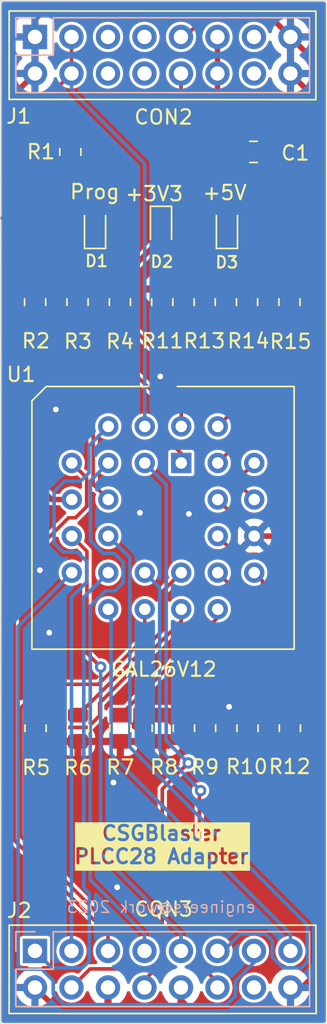
<source format=kicad_pcb>
(kicad_pcb (version 20221018) (generator pcbnew)
  (layers (0 "F.Cu" signal) (31 "B.Cu" signal) (34 "B.Paste" user) (35 "F.Paste" user) (36 "B.SilkS" user "B.Silkscreen") (37 "F.SilkS" user "F.Silkscreen") (38 "B.Mask" user) (39 "F.Mask" user) (44 "Edge.Cuts" user))
  (net 0 "")
  (net 1 "Net-(D1-A)")
  (net 2 "Net-(D2-K)")
  (net 3 "Net-(D3-A)")
  (net 4 "/Vpp")
  (net 11 "/sdin")
  (net 12 "/ra0")
  (net 13 "/~{strobe}")
  (net 14 "/ra1")
  (net 15 "/ra2")
  (net 16 "/p{slash}~{v}")
  (net 17 "/ra3")
  (net 18 "/ra4")
  (net 19 "/ack")
  (net 20 "/ra5")
  (net 22 "/clk")
  (net 23 "Net-(U1-CLK)")
  (net 24 "Net-(U1-I5)")
  (net 25 "Net-(U1-I12)")
  (net 26 "Net-(U1-O1)")
  (net 27 "Net-(U1-O2)")
  (net 28 "Net-(U1-O3)")
  (net 29 "Net-(U1-O4)")
  (net 30 "Net-(U1-O5)")
  (net 31 "Net-(U1-O6)")
  (net 32 "Net-(U1-O7)")
  (net 33 "Net-(U1-O8)")
  (net 34 "Net-(U1-O9)")
  (net 35 "Net-(U1-O10)")
  (net 36 "Net-(U1-O11)")
  (net 37 "/GND")
  (net 38 "/Vcc")
  (footprint "Resistor_SMD:R_0805_2012Metric" (layer "F.Cu") (at 146.62 98.6575 90)
    (fp_text reference "R15" (at -2.7325 0.08 180) (layer "F.SilkS"))
    (fp_text value "4K7" hide)
    (fp_line (start -0.227064 -0.735) (end 0.227064 -0.735) (stroke (width 0.12)) (layer "F.SilkS"))
    (fp_line (start -0.227064 0.735) (end 0.227064 0.735) (stroke (width 0.12)) (layer "F.SilkS"))
    (pad "1" smd roundrect (at -0.9125 0 90) (size 1.025 1.4) (layers "F.Cu" "F.Paste" "F.Mask") (roundrect_rratio 0.243902) (net 36 "Net-(U1-O11)"))
    (pad "2" smd roundrect (at 0.9125 0 90) (size 1.025 1.4) (layers "F.Cu" "F.Paste" "F.Mask") (roundrect_rratio 0.243902) (net 37 "/GND"))
  )
  (footprint "Resistor_SMD:R_0805_2012Metric" (layer "F.Cu") (at 131.87 98.6575 -90)
    (fp_text reference "R3" (at 2.7225 -0.03 -180) (layer "F.SilkS"))
    (fp_text value "4K7" hide)
    (fp_line (start -0.227064 -0.735) (end 0.227064 -0.735) (stroke (width 0.12)) (layer "F.SilkS"))
    (fp_line (start -0.227064 0.735) (end 0.227064 0.735) (stroke (width 0.12)) (layer "F.SilkS"))
    (pad "1" smd roundrect (at -0.9125 0 270) (size 1.025 1.4) (layers "F.Cu" "F.Paste" "F.Mask") (roundrect_rratio 0.243902) (net 37 "/GND"))
    (pad "2" smd roundrect (at 0.9125 0 270) (size 1.025 1.4) (layers "F.Cu" "F.Paste" "F.Mask") (roundrect_rratio 0.243902) (net 24 "Net-(U1-I5)"))
  )
  (footprint "Resistor_SMD:R_0805_2012Metric" (layer "F.Cu") (at 137.8 128.26 -90)
    (fp_text reference "R8" (at 2.7 -0.09 -180) (layer "F.SilkS"))
    (fp_text value "4K7" hide)
    (fp_line (start -0.227064 -0.735) (end 0.227064 -0.735) (stroke (width 0.12)) (layer "F.SilkS"))
    (fp_line (start -0.227064 0.735) (end 0.227064 0.735) (stroke (width 0.12)) (layer "F.SilkS"))
    (pad "1" smd roundrect (at -0.9125 0 270) (size 1.025 1.4) (layers "F.Cu" "F.Paste" "F.Mask") (roundrect_rratio 0.243902) (net 29 "Net-(U1-O4)"))
    (pad "2" smd roundrect (at 0.9125 0 270) (size 1.025 1.4) (layers "F.Cu" "F.Paste" "F.Mask") (roundrect_rratio 0.243902) (net 37 "/GND"))
  )
  (footprint "Resistor_SMD:R_0805_2012Metric" (layer "F.Cu") (at 131.37 88.2175 90)
    (fp_text reference "R1" (at 0.0075 -2.05 180) (layer "F.SilkS"))
    (fp_text value "19K" hide)
    (fp_line (start -0.227064 -0.735) (end 0.227064 -0.735) (stroke (width 0.12)) (layer "F.SilkS"))
    (fp_line (start -0.227064 0.735) (end 0.227064 0.735) (stroke (width 0.12)) (layer "F.SilkS"))
    (pad "1" smd roundrect (at -0.9125 0 90) (size 1.025 1.4) (layers "F.Cu" "F.Paste" "F.Mask") (roundrect_rratio 0.243902) (net 4 "/Vpp"))
    (pad "2" smd roundrect (at 0.9125 0 90) (size 1.025 1.4) (layers "F.Cu" "F.Paste" "F.Mask") (roundrect_rratio 0.243902) (net 1 "Net-(D1-A)"))
  )
  (footprint "LED_SMD:LED_0603_1608Metric" (layer "F.Cu") (at 137.68 93.4825 -90)
    (fp_text reference "D2" (at 2.3675 -0.06 180) (layer "F.SilkS") (effects (font (size 0.8 0.8))))
    (fp_text value "+3V3" (at -2.3525 0.47 -180) (layer "F.SilkS"))
    (fp_line (start -1.485 -0.735) (end -1.485 0.735) (stroke (width 0.12)) (layer "F.SilkS"))
    (fp_line (start -1.485 0.735) (end 0.8 0.735) (stroke (width 0.12)) (layer "F.SilkS"))
    (fp_line (start 0.8 -0.735) (end -1.485 -0.735) (stroke (width 0.12)) (layer "F.SilkS"))
    (pad "1" smd roundrect (at -0.7875 0 270) (size 0.875 0.95) (layers "F.Cu" "F.Paste" "F.Mask") (net 2 "Net-(D2-K)"))
    (pad "2" smd roundrect (at 0.7875 0 270) (size 0.875 0.95) (layers "F.Cu" "F.Paste" "F.Mask") (net 38 "/Vcc"))
  )
  (footprint "LED_SMD:LED_0603_1608Metric" (layer "F.Cu") (at 142.27 93.4425 90)
    (fp_text reference "D3" (at -2.4475 -0.01 180) (layer "F.SilkS") (effects (font (size 0.8 0.8))))
    (fp_text value "+5V" (at 2.3925 -0.16 180) (layer "F.SilkS"))
    (fp_line (start -1.485 -0.735) (end -1.485 0.735) (stroke (width 0.12)) (layer "F.SilkS"))
    (fp_line (start -1.485 0.735) (end 0.8 0.735) (stroke (width 0.12)) (layer "F.SilkS"))
    (fp_line (start 0.8 -0.735) (end -1.485 -0.735) (stroke (width 0.12)) (layer "F.SilkS"))
    (pad "1" smd roundrect (at -0.7875 0 90) (size 0.875 0.95) (layers "F.Cu" "F.Paste" "F.Mask") (net 37 "/GND"))
    (pad "2" smd roundrect (at 0.7875 0 90) (size 0.875 0.95) (layers "F.Cu" "F.Paste" "F.Mask") (net 3 "Net-(D3-A)"))
  )
  (footprint "Resistor_SMD:R_0805_2012Metric" (layer "F.Cu") (at 134.82 98.6575 -90)
    (fp_text reference "R4" (at 2.7325 -0.01 -180) (layer "F.SilkS"))
    (fp_text value "4K7" hide)
    (fp_line (start -0.227064 -0.735) (end 0.227064 -0.735) (stroke (width 0.12)) (layer "F.SilkS"))
    (fp_line (start -0.227064 0.735) (end 0.227064 0.735) (stroke (width 0.12)) (layer "F.SilkS"))
    (pad "1" smd roundrect (at -0.9125 0 270) (size 1.025 1.4) (layers "F.Cu" "F.Paste" "F.Mask") (roundrect_rratio 0.243902) (net 37 "/GND"))
    (pad "2" smd roundrect (at 0.9125 0 270) (size 1.025 1.4) (layers "F.Cu" "F.Paste" "F.Mask") (roundrect_rratio 0.243902) (net 25 "Net-(U1-I12)"))
  )
  (footprint "Resistor_SMD:R_0805_2012Metric" (layer "F.Cu") (at 128.92 98.6575 -90)
    (fp_text reference "R2" (at 2.6925 -0.05 -180) (layer "F.SilkS"))
    (fp_text value "4K7" hide)
    (fp_line (start -0.227064 -0.735) (end 0.227064 -0.735) (stroke (width 0.12)) (layer "F.SilkS"))
    (fp_line (start -0.227064 0.735) (end 0.227064 0.735) (stroke (width 0.12)) (layer "F.SilkS"))
    (pad "1" smd roundrect (at -0.9125 0 270) (size 1.025 1.4) (layers "F.Cu" "F.Paste" "F.Mask") (roundrect_rratio 0.243902) (net 37 "/GND"))
    (pad "2" smd roundrect (at 0.9125 0 270) (size 1.025 1.4) (layers "F.Cu" "F.Paste" "F.Mask") (roundrect_rratio 0.243902) (net 23 "Net-(U1-CLK)"))
  )
  (footprint "Resistor_SMD:R_0805_2012Metric" (layer "F.Cu") (at 128.95 128.26 -90)
    (fp_text reference "R5" (at 2.73 -0.04 -180) (layer "F.SilkS"))
    (fp_text value "4K7" hide)
    (fp_line (start -0.227064 -0.735) (end 0.227064 -0.735) (stroke (width 0.12)) (layer "F.SilkS"))
    (fp_line (start -0.227064 0.735) (end 0.227064 0.735) (stroke (width 0.12)) (layer "F.SilkS"))
    (pad "1" smd roundrect (at -0.9125 0 270) (size 1.025 1.4) (layers "F.Cu" "F.Paste" "F.Mask") (roundrect_rratio 0.243902) (net 26 "Net-(U1-O1)"))
    (pad "2" smd roundrect (at 0.9125 0 270) (size 1.025 1.4) (layers "F.Cu" "F.Paste" "F.Mask") (roundrect_rratio 0.243902) (net 37 "/GND"))
  )
  (footprint "LED_SMD:LED_0603_1608Metric" (layer "F.Cu") (at 133.09 93.4425 90)
    (fp_text reference "D1" (at -2.3575 0.1 180) (layer "F.SilkS") (effects (font (size 0.8 0.8))))
    (fp_text value "Prog" (at 2.4525 -0.02 180) (layer "F.SilkS"))
    (fp_line (start -1.485 -0.735) (end -1.485 0.735) (stroke (width 0.12)) (layer "F.SilkS"))
    (fp_line (start -1.485 0.735) (end 0.8 0.735) (stroke (width 0.12)) (layer "F.SilkS"))
    (fp_line (start 0.8 -0.735) (end -1.485 -0.735) (stroke (width 0.12)) (layer "F.SilkS"))
    (pad "1" smd roundrect (at -0.7875 0 90) (size 0.875 0.95) (layers "F.Cu" "F.Paste" "F.Mask") (net 37 "/GND"))
    (pad "2" smd roundrect (at 0.7875 0 90) (size 0.875 0.95) (layers "F.Cu" "F.Paste" "F.Mask") (net 1 "Net-(D1-A)"))
  )
  (footprint "Resistor_SMD:R_0805_2012Metric" (layer "F.Cu") (at 143.7 128.26 -90)
    (fp_text reference "R10" (at 2.67 0.05 -180) (layer "F.SilkS"))
    (fp_text value "4K7" hide)
    (fp_line (start -0.227064 -0.735) (end 0.227064 -0.735) (stroke (width 0.12)) (layer "F.SilkS"))
    (fp_line (start -0.227064 0.735) (end 0.227064 0.735) (stroke (width 0.12)) (layer "F.SilkS"))
    (pad "1" smd roundrect (at -0.9125 0 270) (size 1.025 1.4) (layers "F.Cu" "F.Paste" "F.Mask") (roundrect_rratio 0.243902) (net 31 "Net-(U1-O6)"))
    (pad "2" smd roundrect (at 0.9125 0 270) (size 1.025 1.4) (layers "F.Cu" "F.Paste" "F.Mask") (roundrect_rratio 0.243902) (net 37 "/GND"))
  )
  (footprint "Resistor_SMD:R_0805_2012Metric" (layer "F.Cu") (at 140.72 98.6575 90)
    (fp_text reference "R13" (at -2.6925 -0.02 180) (layer "F.SilkS"))
    (fp_text value "4K7" hide)
    (fp_line (start -0.227064 -0.735) (end 0.227064 -0.735) (stroke (width 0.12)) (layer "F.SilkS"))
    (fp_line (start -0.227064 0.735) (end 0.227064 0.735) (stroke (width 0.12)) (layer "F.SilkS"))
    (pad "1" smd roundrect (at -0.9125 0 90) (size 1.025 1.4) (layers "F.Cu" "F.Paste" "F.Mask") (roundrect_rratio 0.243902) (net 34 "Net-(U1-O9)"))
    (pad "2" smd roundrect (at 0.9125 0 90) (size 1.025 1.4) (layers "F.Cu" "F.Paste" "F.Mask") (roundrect_rratio 0.243902) (net 37 "/GND"))
  )
  (footprint "Resistor_SMD:R_0805_2012Metric" (layer "F.Cu") (at 143.67 98.6575 90)
    (fp_text reference "R14" (at -2.6925 0.09 180) (layer "F.SilkS"))
    (fp_text value "4K7" hide)
    (fp_line (start -0.227064 -0.735) (end 0.227064 -0.735) (stroke (width 0.12)) (layer "F.SilkS"))
    (fp_line (start -0.227064 0.735) (end 0.227064 0.735) (stroke (width 0.12)) (layer "F.SilkS"))
    (pad "1" smd roundrect (at -0.9125 0 90) (size 1.025 1.4) (layers "F.Cu" "F.Paste" "F.Mask") (roundrect_rratio 0.243902) (net 35 "Net-(U1-O10)"))
    (pad "2" smd roundrect (at 0.9125 0 90) (size 1.025 1.4) (layers "F.Cu" "F.Paste" "F.Mask") (roundrect_rratio 0.243902) (net 37 "/GND"))
  )
  (footprint "Resistor_SMD:R_0805_2012Metric" (layer "F.Cu") (at 134.85 128.26 -90)
    (fp_text reference "R7" (at 2.71 0 -180) (layer "F.SilkS"))
    (fp_text value "4K7" hide)
    (fp_line (start -0.227064 -0.735) (end 0.227064 -0.735) (stroke (width 0.12)) (layer "F.SilkS"))
    (fp_line (start -0.227064 0.735) (end 0.227064 0.735) (stroke (width 0.12)) (layer "F.SilkS"))
    (pad "1" smd roundrect (at -0.9125 0 270) (size 1.025 1.4) (layers "F.Cu" "F.Paste" "F.Mask") (roundrect_rratio 0.243902) (net 28 "Net-(U1-O3)"))
    (pad "2" smd roundrect (at 0.9125 0 270) (size 1.025 1.4) (layers "F.Cu" "F.Paste" "F.Mask") (roundrect_rratio 0.243902) (net 37 "/GND"))
  )
  (footprint "Package_LCC:PLCC-28_THT-Socket" (layer "F.Cu") (at 139.09 109.83)
    (fp_text reference "U1" (at -11.15 -6.15) (layer "F.SilkS"))
    (fp_text value "GAL26V12" (at -1.21 14.33) (layer "F.SilkS"))
    (fp_line (start -10.395 -4.315) (end -10.395 12.935) (stroke (width 0.12)) (layer "F.SilkS"))
    (fp_line (start -10.395 12.935) (end 7.855 12.935) (stroke (width 0.12)) (layer "F.SilkS"))
    (fp_line (start -9.395 -5.315) (end -10.395 -4.315) (stroke (width 0.12)) (layer "F.SilkS"))
    (fp_line (start -2.27 -5.315) (end -9.395 -5.315) (stroke (width 0.12)) (layer "F.SilkS"))
    (fp_line (start 7.855 -5.315) (end -0.27 -5.315) (stroke (width 0.12)) (layer "F.SilkS"))
    (fp_line (start 7.855 12.935) (end 7.855 -5.315) (stroke (width 0.12)) (layer "F.SilkS"))
    (pad "1" thru_hole rect (at 0 0) (size 1.4224 1.4224) (drill 0.8) (layers "*.Cu" "*.Mask") (net 23 "Net-(U1-CLK)"))
    (pad "2" thru_hole circle (at -2.54 -2.54) (size 1.4224 1.4224) (drill 0.8) (layers "*.Cu" "*.Mask") (net 4 "/Vpp"))
    (pad "3" thru_hole circle (at -2.54 0) (size 1.4224 1.4224) (drill 0.8) (layers "*.Cu" "*.Mask") (net 16 "/p{slash}~{v}"))
    (pad "4" thru_hole circle (at -5.08 -2.54) (size 1.4224 1.4224) (drill 0.8) (layers "*.Cu" "*.Mask") (net 12 "/ra0"))
    (pad "5" thru_hole circle (at -7.62 0) (size 1.4224 1.4224) (drill 0.8) (layers "*.Cu" "*.Mask") (net 14 "/ra1"))
    (pad "6" thru_hole circle (at -5.08 0) (size 1.4224 1.4224) (drill 0.8) (layers "*.Cu" "*.Mask") (net 15 "/ra2"))
    (pad "7" thru_hole circle (at -7.62 2.54) (size 1.4224 1.4224) (drill 0.8) (layers "*.Cu" "*.Mask") (net 38 "/Vcc"))
    (pad "8" thru_hole circle (at -5.08 2.54) (size 1.4224 1.4224) (drill 0.8) (layers "*.Cu" "*.Mask") (net 24 "Net-(U1-I5)"))
    (pad "9" thru_hole circle (at -7.62 5.08) (size 1.4224 1.4224) (drill 0.8) (layers "*.Cu" "*.Mask") (net 17 "/ra3"))
    (pad "10" thru_hole circle (at -5.08 5.08) (size 1.4224 1.4224) (drill 0.8) (layers "*.Cu" "*.Mask") (net 18 "/ra4"))
    (pad "11" thru_hole circle (at -7.62 7.62) (size 1.4224 1.4224) (drill 0.8) (layers "*.Cu" "*.Mask") (net 20 "/ra5"))
    (pad "12" thru_hole circle (at -5.08 10.16) (size 1.4224 1.4224) (drill 0.8) (layers "*.Cu" "*.Mask") (net 22 "/clk"))
    (pad "13" thru_hole circle (at -5.08 7.62) (size 1.4224 1.4224) (drill 0.8) (layers "*.Cu" "*.Mask") (net 11 "/sdin"))
    (pad "14" thru_hole circle (at -2.54 10.16) (size 1.4224 1.4224) (drill 0.8) (layers "*.Cu" "*.Mask") (net 13 "/~{strobe}"))
    (pad "15" thru_hole circle (at -2.54 7.62) (size 1.4224 1.4224) (drill 0.8) (layers "*.Cu" "*.Mask") (net 19 "/ack"))
    (pad "16" thru_hole circle (at 0 10.16) (size 1.4224 1.4224) (drill 0.8) (layers "*.Cu" "*.Mask") (net 26 "Net-(U1-O1)"))
    (pad "17" thru_hole circle (at 0 7.62) (size 1.4224 1.4224) (drill 0.8) (layers "*.Cu" "*.Mask") (net 27 "Net-(U1-O2)"))
    (pad "18" thru_hole circle (at 2.54 10.16) (size 1.4224 1.4224) (drill 0.8) (layers "*.Cu" "*.Mask") (net 28 "Net-(U1-O3)"))
    (pad "19" thru_hole circle (at 5.08 7.62) (size 1.4224 1.4224) (drill 0.8) (layers "*.Cu" "*.Mask") (net 29 "Net-(U1-O4)"))
    (pad "20" thru_hole circle (at 2.54 7.62) (size 1.4224 1.4224) (drill 0.8) (layers "*.Cu" "*.Mask") (net 30 "Net-(U1-O5)"))
    (pad "21" thru_hole circle (at 5.08 5.08) (size 1.4224 1.4224) (drill 0.8) (layers "*.Cu" "*.Mask") (net 37 "/GND"))
    (pad "22" thru_hole circle (at 2.54 5.08) (size 1.4224 1.4224) (drill 0.8) (layers "*.Cu" "*.Mask") (net 31 "Net-(U1-O6)"))
    (pad "23" thru_hole circle (at 5.08 2.54) (size 1.4224 1.4224) (drill 0.8) (layers "*.Cu" "*.Mask") (net 32 "Net-(U1-O7)"))
    (pad "24" thru_hole circle (at 2.54 2.54) (size 1.4224 1.4224) (drill 0.8) (layers "*.Cu" "*.Mask") (net 33 "Net-(U1-O8)"))
    (pad "25" thru_hole circle (at 5.08 0) (size 1.4224 1.4224) (drill 0.8) (layers "*.Cu" "*.Mask") (net 34 "Net-(U1-O9)"))
    (pad "26" thru_hole circle (at 2.54 -2.54) (size 1.4224 1.4224) (drill 0.8) (layers "*.Cu" "*.Mask") (net 35 "Net-(U1-O10)"))
    (pad "27" thru_hole circle (at 2.54 0) (size 1.4224 1.4224) (drill 0.8) (layers "*.Cu" "*.Mask") (net 36 "Net-(U1-O11)"))
    (pad "28" thru_hole circle (at 0 -2.54) (size 1.4224 1.4224) (drill 0.8) (layers "*.Cu" "*.Mask") (net 25 "Net-(U1-I12)"))
  )
  (footprint "Resistor_SMD:R_0805_2012Metric" (layer "F.Cu") (at 137.77 98.6575 90)
    (fp_text reference "R11" (at -2.6925 0.02 180) (layer "F.SilkS"))
    (fp_text value "4K7" hide)
    (fp_line (start -0.227064 -0.735) (end 0.227064 -0.735) (stroke (width 0.12)) (layer "F.SilkS"))
    (fp_line (start -0.227064 0.735) (end 0.227064 0.735) (stroke (width 0.12)) (layer "F.SilkS"))
    (pad "1" smd roundrect (at -0.9125 0 90) (size 1.025 1.4) (layers "F.Cu" "F.Paste" "F.Mask") (roundrect_rratio 0.243902) (net 32 "Net-(U1-O7)"))
    (pad "2" smd roundrect (at 0.9125 0 90) (size 1.025 1.4) (layers "F.Cu" "F.Paste" "F.Mask") (roundrect_rratio 0.243902) (net 37 "/GND"))
  )
  (footprint "Resistor_SMD:R_0805_2012Metric" (layer "F.Cu") (at 146.65 128.26 -90)
    (fp_text reference "R12" (at 2.66 0.02 -180) (layer "F.SilkS"))
    (fp_text value "4K7" hide)
    (fp_line (start -0.227064 -0.735) (end 0.227064 -0.735) (stroke (width 0.12)) (layer "F.SilkS"))
    (fp_line (start -0.227064 0.735) (end 0.227064 0.735) (stroke (width 0.12)) (layer "F.SilkS"))
    (pad "1" smd roundrect (at -0.9125 0 270) (size 1.025 1.4) (layers "F.Cu" "F.Paste" "F.Mask") (roundrect_rratio 0.243902) (net 33 "Net-(U1-O8)"))
    (pad "2" smd roundrect (at 0.9125 0 270) (size 1.025 1.4) (layers "F.Cu" "F.Paste" "F.Mask") (roundrect_rratio 0.243902) (net 37 "/GND"))
  )
  (footprint "Resistor_SMD:R_0805_2012Metric" (layer "F.Cu") (at 140.75 128.26 -90)
    (fp_text reference "R9" (at 2.7 0.01 -180) (layer "F.SilkS"))
    (fp_text value "4K7" hide)
    (fp_line (start -0.227064 -0.735) (end 0.227064 -0.735) (stroke (width 0.12)) (layer "F.SilkS"))
    (fp_line (start -0.227064 0.735) (end 0.227064 0.735) (stroke (width 0.12)) (layer "F.SilkS"))
    (pad "1" smd roundrect (at -0.9125 0 270) (size 1.025 1.4) (layers "F.Cu" "F.Paste" "F.Mask") (roundrect_rratio 0.243902) (net 30 "Net-(U1-O5)"))
    (pad "2" smd roundrect (at 0.9125 0 270) (size 1.025 1.4) (layers "F.Cu" "F.Paste" "F.Mask") (roundrect_rratio 0.243902) (net 37 "/GND"))
  )
  (footprint "Capacitor_SMD:C_0805_2012Metric" (layer "F.Cu") (at 144.12 88.22)
    (fp_text reference "C1" (at 2.91 0.08) (layer "F.SilkS"))
    (fp_text value "100nF" hide)
    (fp_line (start -0.261252 -0.735) (end 0.261252 -0.735) (stroke (width 0.12)) (layer "F.SilkS"))
    (fp_line (start -0.261252 0.735) (end 0.261252 0.735) (stroke (width 0.12)) (layer "F.SilkS"))
    (pad "1" smd roundrect (at -0.95 0) (size 1 1.45) (layers "F.Cu" "F.Paste" "F.Mask") (net 38 "/Vcc"))
    (pad "2" smd roundrect (at 0.95 0) (size 1 1.45) (layers "F.Cu" "F.Paste" "F.Mask") (net 37 "/GND"))
  )
  (footprint "Resistor_SMD:R_0805_2012Metric" (layer "F.Cu") (at 131.9 128.26 -90)
    (fp_text reference "R6" (at 2.74 -0.01 -180) (layer "F.SilkS"))
    (fp_text value "4K7" hide)
    (fp_line (start -0.227064 -0.735) (end 0.227064 -0.735) (stroke (width 0.12)) (layer "F.SilkS"))
    (fp_line (start -0.227064 0.735) (end 0.227064 0.735) (stroke (width 0.12)) (layer "F.SilkS"))
    (pad "1" smd roundrect (at -0.9125 0 270) (size 1.025 1.4) (layers "F.Cu" "F.Paste" "F.Mask") (roundrect_rratio 0.243902) (net 27 "Net-(U1-O2)"))
    (pad "2" smd roundrect (at 0.9125 0 270) (size 1.025 1.4) (layers "F.Cu" "F.Paste" "F.Mask") (roundrect_rratio 0.243902) (net 37 "/GND"))
  )
  (footprint "Connector_PinHeader_2.54mm:PinHeader_2x08_P2.54mm_Vertical" (layer "B.Cu") (at 128.91 80.23 -90)
    (fp_text reference "J1" (at 5.51 1.13) (layer "F.SilkS"))
    (fp_text value "CON2" (at 5.57 -8.94 -180) (layer "F.SilkS"))
    (fp_line (start -1.33 -19.11) (end 3.87 -19.11) (stroke (width 0.12)) (layer "B.SilkS"))
    (fp_line (start -1.33 -1.27) (end -1.33 -19.11) (stroke (width 0.12)) (layer "B.SilkS"))
    (fp_line (start -1.33 -1.27) (end 1.27 -1.27) (stroke (width 0.12)) (layer "B.SilkS"))
    (fp_line (start -1.33 0) (end -1.33 1.33) (stroke (width 0.12)) (layer "B.SilkS"))
    (fp_line (start -1.33 1.33) (end 0 1.33) (stroke (width 0.12)) (layer "B.SilkS"))
    (fp_line (start 1.27 -1.27) (end 1.27 1.33) (stroke (width 0.12)) (layer "B.SilkS"))
    (fp_line (start 1.27 1.33) (end 3.87 1.33) (stroke (width 0.12)) (layer "B.SilkS"))
    (fp_line (start 3.87 1.33) (end 3.87 -19.11) (stroke (width 0.12)) (layer "B.SilkS"))
    (pad "1" thru_hole rect locked (at 0 0 270) (size 1.7 1.7) (drill 1) (layers "*.Cu" "*.Mask") (net 37 "/GND"))
    (pad "2" thru_hole oval locked (at 2.54 0 270) (size 1.7 1.7) (drill 1) (layers "*.Cu" "*.Mask") (net 37 "/GND"))
    (pad "3" thru_hole oval locked (at 0 -2.54 270) (size 1.7 1.7) (drill 1) (layers "*.Cu" "*.Mask") (net 4 "/Vpp"))
    (pad "4" thru_hole oval locked (at 2.54 -2.54 270) (size 1.7 1.7) (drill 1) (layers "*.Cu" "*.Mask") (net 4 "/Vpp"))
    (pad "5" thru_hole oval locked (at 0 -5.08 270) (size 1.7 1.7) (drill 1) (layers "*.Cu" "*.Mask"))
    (pad "6" thru_hole oval locked (at 2.54 -5.08 270) (size 1.7 1.7) (drill 1) (layers "*.Cu" "*.Mask"))
    (pad "7" thru_hole oval locked (at 0 -7.62 270) (size 1.7 1.7) (drill 1) (layers "*.Cu" "*.Mask"))
    (pad "8" thru_hole oval locked (at 2.54 -7.62 270) (size 1.7 1.7) (drill 1) (layers "*.Cu" "*.Mask"))
    (pad "9" thru_hole oval locked (at 0 -10.16 270) (size 1.7 1.7) (drill 1) (layers "*.Cu" "*.Mask") (net 3 "Net-(D3-A)"))
    (pad "10" thru_hole oval locked (at 2.54 -10.16 270) (size 1.7 1.7) (drill 1) (layers "*.Cu" "*.Mask") (net 2 "Net-(D2-K)"))
    (pad "11" thru_hole oval locked (at 0 -12.7 270) (size 1.7 1.7) (drill 1) (layers "*.Cu" "*.Mask") (net 38 "/Vcc"))
    (pad "12" thru_hole oval locked (at 2.54 -12.7 270) (size 1.7 1.7) (drill 1) (layers "*.Cu" "*.Mask") (net 38 "/Vcc"))
    (pad "13" thru_hole oval locked (at 0 -15.24 270) (size 1.7 1.7) (drill 1) (layers "*.Cu" "*.Mask"))
    (pad "14" thru_hole oval locked (at 2.54 -15.24 270) (size 1.7 1.7) (drill 1) (layers "*.Cu" "*.Mask"))
    (pad "15" thru_hole oval locked (at 0 -17.78 270) (size 1.7 1.7) (drill 1) (layers "*.Cu" "*.Mask") (net 37 "/GND"))
    (pad "16" thru_hole oval locked (at 2.54 -17.78 270) (size 1.7 1.7) (drill 1) (layers "*.Cu" "*.Mask") (net 37 "/GND"))
  )
  (footprint "Connector_PinHeader_2.54mm:PinHeader_2x08_P2.54mm_Vertical" (layer "B.Cu") (at 128.91 143.73 -90)
    (fp_text reference "J2" (at -2.81 1.1 -180) (layer "F.SilkS"))
    (fp_text value "CON3" (at -2.9 -8.95 -180) (layer "F.SilkS"))
    (fp_line (start -1.33 -19.11) (end 3.87 -19.11) (stroke (width 0.12)) (layer "B.SilkS"))
    (fp_line (start -1.33 -1.27) (end -1.33 -19.11) (stroke (width 0.12)) (layer "B.SilkS"))
    (fp_line (start -1.33 -1.27) (end 1.27 -1.27) (stroke (width 0.12)) (layer "B.SilkS"))
    (fp_line (start -1.33 0) (end -1.33 1.33) (stroke (width 0.12)) (layer "B.SilkS"))
    (fp_line (start -1.33 1.33) (end 0 1.33) (stroke (width 0.12)) (layer "B.SilkS"))
    (fp_line (start 1.27 -1.27) (end 1.27 1.33) (stroke (width 0.12)) (layer "B.SilkS"))
    (fp_line (start 1.27 1.33) (end 3.87 1.33) (stroke (width 0.12)) (layer "B.SilkS"))
    (fp_line (start 3.87 1.33) (end 3.87 -19.11) (stroke (width 0.12)) (layer "B.SilkS"))
    (pad "1" thru_hole rect locked (at 0 0 270) (size 1.7 1.7) (drill 1) (layers "*.Cu" "*.Mask") (net 11 "/sdin"))
    (pad "2" thru_hole oval locked (at 2.54 0 270) (size 1.7 1.7) (drill 1) (layers "*.Cu" "*.Mask") (net 37 "/GND"))
    (pad "3" thru_hole oval locked (at 0 -2.54 270) (size 1.7 1.7) (drill 1) (layers "*.Cu" "*.Mask") (net 12 "/ra0"))
    (pad "4" thru_hole oval locked (at 2.54 -2.54 270) (size 1.7 1.7) (drill 1) (layers "*.Cu" "*.Mask") (net 13 "/~{strobe}"))
    (pad "5" thru_hole oval locked (at 0 -5.08 270) (size 1.7 1.7) (drill 1) (layers "*.Cu" "*.Mask") (net 14 "/ra1"))
    (pad "6" thru_hole oval locked (at 2.54 -5.08 270) (size 1.7 1.7) (drill 1) (layers "*.Cu" "*.Mask") (net 37 "/GND"))
    (pad "7" thru_hole oval locked (at 0 -7.62 270) (size 1.7 1.7) (drill 1) (layers "*.Cu" "*.Mask") (net 15 "/ra2"))
    (pad "8" thru_hole oval locked (at 2.54 -7.62 270) (size 1.7 1.7) (drill 1) (layers "*.Cu" "*.Mask") (net 16 "/p{slash}~{v}"))
    (pad "9" thru_hole oval locked (at 0 -10.16 270) (size 1.7 1.7) (drill 1) (layers "*.Cu" "*.Mask") (net 17 "/ra3"))
    (pad "10" thru_hole oval locked (at 2.54 -10.16 270) (size 1.7 1.7) (drill 1) (layers "*.Cu" "*.Mask") (net 37 "/GND"))
    (pad "11" thru_hole oval locked (at 0 -12.7 270) (size 1.7 1.7) (drill 1) (layers "*.Cu" "*.Mask") (net 18 "/ra4"))
    (pad "12" thru_hole oval locked (at 2.54 -12.7 270) (size 1.7 1.7) (drill 1) (layers "*.Cu" "*.Mask") (net 19 "/ack"))
    (pad "13" thru_hole oval locked (at 0 -15.24 270) (size 1.7 1.7) (drill 1) (layers "*.Cu" "*.Mask") (net 20 "/ra5"))
    (pad "14" thru_hole oval locked (at 2.54 -15.24 270) (size 1.7 1.7) (drill 1) (layers "*.Cu" "*.Mask"))
    (pad "15" thru_hole oval locked (at 0 -17.78 270) (size 1.7 1.7) (drill 1) (layers "*.Cu" "*.Mask") (net 22 "/clk"))
    (pad "16" thru_hole oval locked (at 2.54 -17.78 270) (size 1.7 1.7) (drill 1) (layers "*.Cu" "*.Mask") (net 37 "/GND"))
  )
  (gr_line (start 148.46 78.44) (end 148.46 84.59) (stroke (width 0.12)) (layer "F.SilkS"))
  (gr_line (start 127.11 78.43) (end 148.46 78.44) (stroke (width 0.12)) (layer "F.SilkS"))
  (gr_line (start 148.46 141.94) (end 148.48 148.08) (stroke (width 0.12)) (layer "F.SilkS"))
  (gr_line (start 127.11 148.08) (end 127.11 141.94) (stroke (width 0.12)) (layer "F.SilkS"))
  (gr_line (start 127.11 141.94) (end 148.46 141.94) (stroke (width 0.12)) (layer "F.SilkS"))
  (gr_line (start 148.48 148.08) (end 127.11 148.08) (stroke (width 0.12)) (layer "F.SilkS"))
  (gr_line (start 148.46 84.59) (end 127.11 84.57) (stroke (width 0.12)) (layer "F.SilkS"))
  (gr_line (start 127.11 84.57) (end 127.11 78.43) (stroke (width 0.12)) (layer "F.SilkS"))
  (gr_line (start 126.5 77.69) (end 126.5 148.81) (stroke (width 0.05)) (layer "Edge.Cuts"))
  (gr_line (start 149.233 77.69) (end 149.233 148.81) (stroke (width 0.05)) (layer "Edge.Cuts"))
  (gr_line (start 126.5 148.81) (end 149.233 148.81) (stroke (width 0.05)) (layer "Edge.Cuts"))
  (gr_line (start 126.5 77.69) (end 149.233 77.69) (stroke (width 0.05)) (layer "Edge.Cuts"))
  (gr_text "engineers@work 2023" (at 137.69 141.15) (layer "B.SilkS") (effects (font (size 0.8 0.8) (thickness 0.1)) (justify bottom mirror)))
  (gr_text "CSGBlaster\nPLCC28 Adapter" (at 137.71 137.75) (layer "F.SilkS" knockout) (effects (font (size 1 1) (thickness 0.2) bold) (justify bottom)))
  (segment (start 133.09 89.025) (end 131.37 87.305) (width 0.25) (layer "F.Cu") (net 1))
  (segment (start 133.09 92.655) (end 133.09 89.025) (width 0.25) (layer "F.Cu") (net 1))
  (segment (start 139.07 91.305) (end 139.07 82.77) (width 0.25) (layer "F.Cu") (net 2))
  (segment (start 137.68 92.695) (end 139.07 91.305) (width 0.25) (layer "F.Cu") (net 2))
  (segment (start 142.88 79.63) (end 142.2555 79.0055) (width 0.25) (layer "F.Cu") (net 3))
  (segment (start 140.5645 79.0055) (end 139.34 80.23) (width 0.25) (layer "F.Cu") (net 3))
  (segment (start 144.005 90.92) (end 144.005 86.3091) (width 0.25) (layer "F.Cu") (net 3))
  (segment (start 142.27 92.655) (end 144.005 90.92) (width 0.25) (layer "F.Cu") (net 3))
  (segment (start 139.34 80.23) (end 139.07 80.23) (width 0.25) (layer "F.Cu") (net 3))
  (segment (start 144.005 86.3091) (end 142.88 85.1841) (width 0.25) (layer "F.Cu") (net 3))
  (segment (start 142.2555 79.0055) (end 140.5645 79.0055) (width 0.25) (layer "F.Cu") (net 3))
  (segment (start 142.88 85.1841) (end 142.88 79.63) (width 0.25) (layer "F.Cu") (net 3))
  (segment (start 131.37 89.13) (end 130.9 89.13) (width 0.25) (layer "F.Cu") (net 4))
  (segment (start 129.87 84.35) (end 131.45 82.77) (width 0.25) (layer "F.Cu") (net 4))
  (segment (start 130.9 89.13) (end 129.87 88.1) (width 0.25) (layer "F.Cu") (net 4))
  (segment (start 131.45 82.77) (end 131.45 80.23) (width 0.25) (layer "F.Cu") (net 4))
  (segment (start 129.87 88.1) (end 129.87 84.35) (width 0.25) (layer "F.Cu") (net 4))
  (segment (start 131.45 82.77) (end 131.45 83.9453) (width 0.25) (layer "B.Cu") (net 4))
  (segment (start 131.45 83.9453) (end 136.55 89.0453) (width 0.25) (layer "B.Cu") (net 4))
  (segment (start 136.55 89.0453) (end 136.55 107.29) (width 0.25) (layer "B.Cu") (net 4))
  (segment (start 132.3054 139.3388) (end 132.3054 119.1546) (width 0.25) (layer "B.Cu") (net 11))
  (segment (start 132.69 144.42) (end 132.69 139.7234) (width 0.25) (layer "B.Cu") (net 11))
  (segment (start 132.2047 144.9053) (end 132.69 144.42) (width 0.25) (layer "B.Cu") (net 11))
  (segment (start 130.0853 144.9053) (end 132.2047 144.9053) (width 0.25) (layer "B.Cu") (net 11))
  (segment (start 132.3054 119.1546) (end 134.01 117.45) (width 0.25) (layer "B.Cu") (net 11))
  (segment (start 128.91 143.73) (end 130.0853 144.9053) (width 0.25) (layer "B.Cu") (net 11))
  (segment (start 132.69 139.7234) (end 132.3054 139.3388) (width 0.25) (layer "B.Cu") (net 11))
  (segment (start 130.8706 116.0206) (end 131.8606 116.0206) (width 0.25) (layer "B.Cu") (net 12))
  (segment (start 130.97 111.1) (end 130.24 111.83) (width 0.25) (layer "B.Cu") (net 12))
  (segment (start 130.24 115.39) (end 130.8706 116.0206) (width 0.25) (layer "B.Cu") (net 12))
  (segment (start 132.67 110.51) (end 132.08 111.1) (width 0.25) (layer "B.Cu") (net 12))
  (segment (start 132.5066 116.6666) (end 132.5066 118.1058) (width 0.25) (layer "B.Cu") (net 12))
  (segment (start 131.45 119.1624) (end 131.45 143.73) (width 0.25) (layer "B.Cu") (net 12))
  (segment (start 132.67 108.63) (end 132.67 110.51) (width 0.25) (layer "B.Cu") (net 12))
  (segment (start 134.01 107.29) (end 132.67 108.63) (width 0.25) (layer "B.Cu") (net 12))
  (segment (start 132.5066 118.1058) (end 131.45 119.1624) (width 0.25) (layer "B.Cu") (net 12))
  (segment (start 132.08 111.1) (end 130.97 111.1) (width 0.25) (layer "B.Cu") (net 12))
  (segment (start 131.8606 116.0206) (end 132.5066 116.6666) (width 0.25) (layer "B.Cu") (net 12))
  (segment (start 130.24 111.83) (end 130.24 115.39) (width 0.25) (layer "B.Cu") (net 12))
  (segment (start 127.92 135.7598) (end 135.1654 143.0052) (width 0.25) (layer "F.Cu") (net 13))
  (segment (start 136.55 119.99) (end 136.55 121.9758) (width 0.25) (layer "F.Cu") (net 13))
  (segment (start 135.1654 143.0052) (end 135.1654 144.5446) (width 0.25) (layer "F.Cu") (net 13))
  (segment (start 136.55 121.9758) (end 133.3193 125.2065) (width 0.25) (layer "F.Cu") (net 13))
  (segment (start 129.5574 125.2065) (end 127.92 126.8439) (width 0.25) (layer "F.Cu") (net 13))
  (segment (start 135.1654 144.5446) (end 134.73 144.98) (width 0.25) (layer "F.Cu") (net 13))
  (segment (start 134.73 144.98) (end 132.74 144.98) (width 0.25) (layer "F.Cu") (net 13))
  (segment (start 133.3193 125.2065) (end 129.5574 125.2065) (width 0.25) (layer "F.Cu") (net 13))
  (segment (start 127.92 126.8439) (end 127.92 135.7598) (width 0.25) (layer "F.Cu") (net 13))
  (segment (start 132.74 144.98) (end 131.45 146.27) (width 0.25) (layer "F.Cu") (net 13))
  (segment (start 131.7205 113.64) (end 131.2377 113.64) (width 0.25) (layer "F.Cu") (net 14))
  (segment (start 132.5066 110.8666) (end 132.5066 112.8539) (width 0.25) (layer "F.Cu") (net 14))
  (segment (start 127.466 117.4117) (end 127.466 136.0307) (width 0.25) (layer "F.Cu") (net 14))
  (segment (start 133.99 143.73) (end 133.99 142.5547) (width 0.25) (layer "F.Cu") (net 14))
  (segment (start 127.466 136.0307) (end 133.99 142.5547) (width 0.25) (layer "F.Cu") (net 14))
  (segment (start 131.47 109.83) (end 132.5066 110.8666) (width 0.25) (layer "F.Cu") (net 14))
  (segment (start 132.5066 112.8539) (end 131.7205 113.64) (width 0.25) (layer "F.Cu") (net 14))
  (segment (start 131.2377 113.64) (end 127.466 117.4117) (width 0.25) (layer "F.Cu") (net 14))
  (segment (start 132.77 115.2345) (end 133.6451 116.1096) (width 0.25) (layer "B.Cu") (net 15))
  (segment (start 134.4296 116.1096) (end 135.0466 116.7266) (width 0.25) (layer "B.Cu") (net 15))
  (segment (start 134.48 118.72) (end 133.8031 118.72) (width 0.25) (layer "B.Cu") (net 15))
  (segment (start 132.7558 119.7673) (end 132.7558 138.7805) (width 0.25) (layer "B.Cu") (net 15))
  (segment (start 136.53 142.5547) (end 136.53 143.73) (width 0.25) (layer "B.Cu") (net 15))
  (segment (start 135.0466 118.1534) (end 134.48 118.72) (width 0.25) (layer "B.Cu") (net 15))
  (segment (start 133.6451 116.1096) (end 134.4296 116.1096) (width 0.25) (layer "B.Cu") (net 15))
  (segment (start 134.01 109.83) (end 132.77 111.07) (width 0.25) (layer "B.Cu") (net 15))
  (segment (start 132.7558 138.7805) (end 136.53 142.5547) (width 0.25) (layer "B.Cu") (net 15))
  (segment (start 133.8031 118.72) (end 132.7558 119.7673) (width 0.25) (layer "B.Cu") (net 15))
  (segment (start 135.0466 116.7266) (end 135.0466 118.1534) (width 0.25) (layer "B.Cu") (net 15))
  (segment (start 132.77 111.07) (end 132.77 115.2345) (width 0.25) (layer "B.Cu") (net 15))
  (segment (start 137.77 144.51) (end 136.53 145.75) (width 0.25) (layer "F.Cu") (net 16))
  (segment (start 136.53 145.75) (end 136.53 146.27) (width 0.25) (layer "F.Cu") (net 16))
  (segment (start 139.5752 130.6693) (end 137.77 132.4745) (width 0.25) (layer "F.Cu") (net 16))
  (segment (start 137.77 132.4745) (end 137.77 144.51) (width 0.25) (layer "F.Cu") (net 16))
  (via (at 139.5752 130.6693) (size 0.8) (drill 0.4) (layers "F.Cu" "B.Cu") (net 16))
  (segment (start 138.0408 111.3208) (end 138.0408 129.1349) (width 0.25) (layer "B.Cu") (net 16))
  (segment (start 138.0408 129.1349) (end 139.5752 130.6693) (width 0.25) (layer "B.Cu") (net 16))
  (segment (start 136.55 109.83) (end 138.0408 111.3208) (width 0.25) (layer "B.Cu") (net 16))
  (segment (start 131.47 114.91) (end 132.5248 115.9648) (width 0.25) (layer "F.Cu") (net 17))
  (segment (start 132.5248 115.9648) (end 132.5248 123.0479) (width 0.25) (layer "F.Cu") (net 17))
  (segment (start 132.5248 123.0479) (end 133.4811 124.0042) (width 0.25) (layer "F.Cu") (net 17))
  (via (at 133.4811 124.0042) (size 0.8) (drill 0.4) (layers "F.Cu" "B.Cu") (net 17))
  (segment (start 133.4811 136.9658) (end 139.07 142.5547) (width 0.25) (layer "B.Cu") (net 17))
  (segment (start 133.4811 124.0042) (end 133.4811 136.9658) (width 0.25) (layer "B.Cu") (net 17))
  (segment (start 139.07 143.73) (end 139.07 142.5547) (width 0.25) (layer "B.Cu") (net 17))
  (segment (start 147.873 144.477) (end 147.873 141.933) (width 0.25) (layer "B.Cu") (net 18))
  (segment (start 143.1953 142.5547) (end 144.9547 142.5547) (width 0.25) (layer "B.Cu") (net 18))
  (segment (start 147.4446 144.9054) (end 147.873 144.477) (width 0.25) (layer "B.Cu") (net 18))
  (segment (start 145.42 143.02) (end 145.42 144.161) (width 0.25) (layer "B.Cu") (net 18))
  (segment (start 135.5133 129.5733) (end 135.5133 116.4133) (width 0.25) (layer "B.Cu") (net 18))
  (segment (start 135.5133 116.4133) (end 134.01 114.91) (width 0.25) (layer "B.Cu") (net 18))
  (segment (start 147.873 141.933) (end 135.5133 129.5733) (width 0.25) (layer "B.Cu") (net 18))
  (segment (start 144.9547 142.5547) (end 145.42 143.02) (width 0.25) (layer "B.Cu") (net 18))
  (segment (start 146.1644 144.9054) (end 147.4446 144.9054) (width 0.25) (layer "B.Cu") (net 18))
  (segment (start 141.61 143.73) (end 142.02 143.73) (width 0.25) (layer "B.Cu") (net 18))
  (segment (start 142.02 143.73) (end 143.1953 142.5547) (width 0.25) (layer "B.Cu") (net 18))
  (segment (start 145.42 144.161) (end 146.1644 144.9054) (width 0.25) (layer "B.Cu") (net 18))
  (segment (start 140.4347 132.5912) (end 140.35 132.6759) (width 0.25) (layer "F.Cu") (net 19))
  (segment (start 141.61 145.92) (end 141.61 146.27) (width 0.25) (layer "F.Cu") (net 19))
  (segment (start 140.35 144.66) (end 141.61 145.92) (width 0.25) (layer "F.Cu") (net 19))
  (segment (start 140.35 132.6759) (end 140.35 144.66) (width 0.25) (layer "F.Cu") (net 19))
  (via (at 140.4347 132.5912) (size 0.8) (drill 0.4) (layers "F.Cu" "B.Cu") (net 19))
  (segment (start 136.55 117.45) (end 137.5865 118.4865) (width 0.25) (layer "B.Cu") (net 19))
  (segment (start 137.5865 118.4865) (end 137.5865 129.743) (width 0.25) (layer "B.Cu") (net 19))
  (segment (start 137.5865 129.743) (end 140.4347 132.5912) (width 0.25) (layer "B.Cu") (net 19))
  (segment (start 130.18 146.722) (end 130.9172 147.4592) (width 0.25) (layer "B.Cu") (net 20))
  (segment (start 127.7346 144.7611) (end 127.9735 145) (width 0.25) (layer "B.Cu") (net 20))
  (segment (start 127.7346 121.1854) (end 127.7346 144.7611) (width 0.25) (layer "B.Cu") (net 20))
  (segment (start 131.47 117.45) (end 127.7346 121.1854) (width 0.25) (layer "B.Cu") (net 20))
  (segment (start 127.9735 145) (end 129.3883 145) (width 0.25) (layer "B.Cu") (net 20))
  (segment (start 142.86 145.8279) (end 144.15 144.5379) (width 0.25) (layer "B.Cu") (net 20))
  (segment (start 144.15 144.5379) (end 144.15 143.73) (width 0.25) (layer "B.Cu") (net 20))
  (segment (start 142.86 146.85) (end 142.86 145.8279) (width 0.25) (layer "B.Cu") (net 20))
  (segment (start 142.2508 147.4592) (end 142.86 146.85) (width 0.25) (layer "B.Cu") (net 20))
  (segment (start 130.9172 147.4592) (end 142.2508 147.4592) (width 0.25) (layer "B.Cu") (net 20))
  (segment (start 129.3883 145) (end 130.18 145.7917) (width 0.25) (layer "B.Cu") (net 20))
  (segment (start 130.18 145.7917) (end 130.18 146.722) (width 0.25) (layer "B.Cu") (net 20))
  (segment (start 146.69 142.5547) (end 134.2064 130.0711) (width 0.25) (layer "B.Cu") (net 22))
  (segment (start 134.2064 120.1864) (end 134.01 119.99) (width 0.25) (layer "B.Cu") (net 22))
  (segment (start 146.69 143.73) (end 146.69 142.5547) (width 0.25) (layer "B.Cu") (net 22))
  (segment (start 134.2064 130.0711) (end 134.2064 120.1864) (width 0.25) (layer "B.Cu") (net 22))
  (segment (start 132.5143 98.6786) (end 133.5745 99.7388) (width 0.25) (layer "F.Cu") (net 23))
  (segment (start 128.92 99.57) (end 129.8114 98.6786) (width 0.25) (layer "F.Cu") (net 23))
  (segment (start 139.09 109.17) (end 139.09 109.83) (width 0.25) (layer "F.Cu") (net 23))
  (segment (start 133.5745 101.3586) (end 137.76 105.5441) (width 0.25) (layer "F.Cu") (net 23))
  (segment (start 133.5745 99.7388) (end 133.5745 101.3586) (width 0.25) (layer "F.Cu") (net 23))
  (segment (start 129.8114 98.6786) (end 132.5143 98.6786) (width 0.25) (layer "F.Cu") (net 23))
  (segment (start 137.76 105.5441) (end 137.76 107.84) (width 0.25) (layer "F.Cu") (net 23))
  (segment (start 137.76 107.84) (end 139.09 109.17) (width 0.25) (layer "F.Cu") (net 23))
  (segment (start 132.957 100.657) (end 132.957 111.317) (width 0.25) (layer "F.Cu") (net 24))
  (segment (start 132.957 111.317) (end 134.01 112.37) (width 0.25) (layer "F.Cu") (net 24))
  (segment (start 131.87 99.57) (end 132.957 100.657) (width 0.25) (layer "F.Cu") (net 24))
  (segment (start 134.82 99.57) (end 139.09 103.84) (width 0.25) (layer "F.Cu") (net 25))
  (segment (start 139.09 103.84) (end 139.09 107.29) (width 0.25) (layer "F.Cu") (net 25))
  (segment (start 129.8023 128.1998) (end 132.5948 128.1998) (width 0.25) (layer "F.Cu") (net 26))
  (segment (start 132.5948 128.1998) (end 133.4077 127.3869) (width 0.25) (layer "F.Cu") (net 26))
  (segment (start 128.95 127.3475) (end 129.8023 128.1998) (width 0.25) (layer "F.Cu") (net 26))
  (segment (start 139.09 120.8263) (end 139.09 119.99) (width 0.25) (layer "F.Cu") (net 26))
  (segment (start 133.4077 126.5086) (end 139.09 120.8263) (width 0.25) (layer "F.Cu") (net 26))
  (segment (start 133.4077 127.3869) (end 133.4077 126.5086) (width 0.25) (layer "F.Cu") (net 26))
  (segment (start 137.82 118.72) (end 137.82 121.4275) (width 0.25) (layer "F.Cu") (net 27))
  (segment (start 137.82 121.4275) (end 131.9 127.3475) (width 0.25) (layer "F.Cu") (net 27))
  (segment (start 139.09 117.45) (end 137.82 118.72) (width 0.25) (layer "F.Cu") (net 27))
  (segment (start 134.85 127.3475) (end 141.63 120.5675) (width 0.25) (layer "F.Cu") (net 28))
  (segment (start 141.63 120.5675) (end 141.63 119.99) (width 0.25) (layer "F.Cu") (net 28))
  (segment (start 144.7474 118.0274) (end 144.17 117.45) (width 0.25) (layer "F.Cu") (net 29))
  (segment (start 138.6564 128.2039) (end 144.3952 128.2039) (width 0.25) (layer "F.Cu") (net 29))
  (segment (start 144.3952 128.2039) (end 144.7474 127.8517) (width 0.25) (layer "F.Cu") (net 29))
  (segment (start 144.7474 127.8517) (end 144.7474 118.0274) (width 0.25) (layer "F.Cu") (net 29))
  (segment (start 137.8 127.3475) (end 138.6564 128.2039) (width 0.25) (layer "F.Cu") (net 29))
  (segment (start 142.687 125.4105) (end 142.687 118.507) (width 0.25) (layer "F.Cu") (net 30))
  (segment (start 142.687 118.507) (end 141.63 117.45) (width 0.25) (layer "F.Cu") (net 30))
  (segment (start 140.75 127.3475) (end 142.687 125.4105) (width 0.25) (layer "F.Cu") (net 30))
  (segment (start 143.7 118.8831) (end 142.9 118.0831) (width 0.25) (layer "F.Cu") (net 31))
  (segment (start 142.9 116.18) (end 141.63 114.91) (width 0.25) (layer "F.Cu") (net 31))
  (segment (start 142.9 118.0831) (end 142.9 116.18) (width 0.25) (layer "F.Cu") (net 31))
  (segment (start 143.7 127.3475) (end 143.7 118.8831) (width 0.25) (layer "F.Cu") (net 31))
  (segment (start 140.9297 111.3253) (end 143.1253 111.3253) (width 0.25) (layer "F.Cu") (net 32))
  (segment (start 140.1266 110.5222) (end 140.9297 111.3253) (width 0.25) (layer "F.Cu") (net 32))
  (segment (start 140.1266 101.9266) (end 140.1266 110.5222) (width 0.25) (layer "F.Cu") (net 32))
  (segment (start 143.1253 111.3253) (end 144.17 112.37) (width 0.25) (layer "F.Cu") (net 32))
  (segment (start 137.77 99.57) (end 140.1266 101.9266) (width 0.25) (layer "F.Cu") (net 32))
  (segment (start 142.9 113.64) (end 141.63 112.37) (width 0.25) (layer "F.Cu") (net 33))
  (segment (start 146.65 127.3475) (end 146.65 118.4629) (width 0.25) (layer "F.Cu") (net 33))
  (segment (start 146.65 118.4629) (end 144.3671 116.18) (width 0.25) (layer "F.Cu") (net 33))
  (segment (start 143.64 116.18) (end 142.9 115.44) (width 0.25) (layer "F.Cu") (net 33))
  (segment (start 144.3671 116.18) (end 143.64 116.18) (width 0.25) (layer "F.Cu") (net 33))
  (segment (start 142.9 115.44) (end 142.9 113.64) (width 0.25) (layer "F.Cu") (net 33))
  (segment (start 143.1251 110.8749) (end 144.17 109.83) (width 0.25) (layer "F.Cu") (net 34))
  (segment (start 141.1943 110.8749) (end 143.1251 110.8749) (width 0.25) (layer "F.Cu") (net 34))
  (segment (start 140.72 99.57) (end 140.577 99.713) (width 0.25) (layer "F.Cu") (net 34))
  (segment (start 140.577 99.713) (end 140.577 110.2576) (width 0.25) (layer "F.Cu") (net 34))
  (segment (start 140.577 110.2576) (end 141.1943 110.8749) (width 0.25) (layer "F.Cu") (net 34))
  (segment (start 143.67 99.57) (end 143.67 105.25) (width 0.25) (layer "F.Cu") (net 35))
  (segment (start 143.67 105.25) (end 141.63 107.29) (width 0.25) (layer "F.Cu") (net 35))
  (segment (start 146.62 99.57) (end 146.62 104.84) (width 0.25) (layer "F.Cu") (net 36))
  (segment (start 146.62 104.84) (end 141.63 109.83) (width 0.25) (layer "F.Cu") (net 36))
  (segment (start 148.93 113.6) (end 148.93 98.33) (width 0.381) (layer "F.Cu") (net 37))
  (segment (start 148.335 97.745) (end 146.62 97.745) (width 0.381) (layer "F.Cu") (net 37))
  (segment (start 134.82 148.28) (end 130.92 148.28) (width 0.381) (layer "F.Cu") (net 37))
  (segment (start 146.69 80.23) (end 144.95 78.49) (width 0.381) (layer "F.Cu") (net 37))
  (segment (start 131.9005 129.172) (end 128.9505 129.172) (width 0.381) (layer "F.Cu") (net 37))
  (segment (start 126.716 92.8155) (end 126.85 92.681) (width 0.381) (layer "F.Cu") (net 37))
  (segment (start 148.93 144.83) (end 148.93 146.6) (width 0.381) (layer "F.Cu") (net 37))
  (segment (start 139.07 147.13) (end 139.07 146.27) (width 0.381) (layer "F.Cu") (net 37))
  (segment (start 140.22 148.28) (end 134.82 148.28) (width 0.381) (layer "F.Cu") (net 37))
  (segment (start 144.17 114.91) (end 147.62 114.91) (width 0.381) (layer "F.Cu") (net 37))
  (segment (start 147.27 88.22) (end 148.93 89.88) (width 0.381) (layer "F.Cu") (net 37))
  (segment (start 134.8505 129.172) (end 134.85 129.1725) (width 0.25) (layer "F.Cu") (net 37))
  (segment (start 128.91 80.23) (end 128.91 82.77) (width 0.381) (layer "F.Cu") (net 37))
  (segment (start 126.85 92.681) (end 126.85 84.83) (width 0.381) (layer "F.Cu") (net 37))
  (segment (start 140.7498 129.172) (end 140.75 129.1722) (width 0.25) (layer "F.Cu") (net 37))
  (segment (start 148.018 129.172) (end 146.6495 129.172) (width 0.381) (layer "F.Cu") (net 37))
  (segment (start 148.34 97.74) (end 148.335 97.745) (width 0.381) (layer "F.Cu") (net 37))
  (segment (start 146.69 80.23) (end 146.69 82.77) (width 0.381) (layer "F.Cu") (net 37))
  (segment (start 148.93 113.6) (end 148.93 128.26) (width 0.381) (layer "F.Cu") (net 37))
  (segment (start 140.7498 129.172) (end 137.7995 129.172) (width 0.381) (layer "F.Cu") (net 37))
  (segment (start 133.09 94.23) (end 128.13 94.23) (width 0.381) (layer "F.Cu") (net 37))
  (segment (start 148.93 89.88) (end 148.93 85.01) (width 0.381) (layer "F.Cu") (net 37))
  (segment (start 137.77 97.745) (end 134.82 97.745) (width 0.381) (layer "F.Cu") (net 37))
  (segment (start 131.87 97.745) (end 128.92 97.745) (width 0.381) (layer "F.Cu") (net 37))
  (segment (start 128.13 94.23) (end 126.716 92.8155) (width 0.381) (layer "F.Cu") (net 37))
  (segment (start 126.85 84.83) (end 128.91 82.77) (width 0.381) (layer "F.Cu") (net 37))
  (segment (start 143.7 129.172) (end 143.7 129.1725) (width 0.25) (layer "F.Cu") (net 37))
  (segment (start 140.75 129.1722) (end 140.75 129.1725) (width 0.25) (layer "F.Cu") (net 37))
  (segment (start 148.93 85.01) (end 146.69 82.77) (width 0.381) (layer "F.Cu") (net 37))
  (segment (start 128.91 79.02) (end 128.91 80.23) (width 0.381) (layer "F.Cu") (net 37))
  (segment (start 133.99 147.45) (end 134.82 148.28) (width 0.381) (layer "F.Cu") (net 37))
  (segment (start 133.99 146.27) (end 133.99 147.45) (width 0.381) (layer "F.Cu") (net 37))
  (segment (start 140.31 148.28) (end 140.22 148.28) (width 0.381) (layer "F.Cu") (net 37))
  (segment (start 148.93 98.33) (end 148.34 97.74) (width 0.381) (layer "F.Cu") (net 37))
  (segment (start 148.93 98.33) (end 148.93 89.88) (width 0.381) (layer "F.Cu") (net 37))
  (segment (start 146.62 97.745) (end 143.67 97.745) (width 0.381) (layer "F.Cu") (net 37))
  (segment (start 147.49 146.27) (end 146.69 146.27) (width 0.381) (layer "F.Cu") (net 37))
  (segment (start 148.93 128.26) (end 148.93 144.83) (width 0.381) (layer "F.Cu") (net 37))
  (segment (start 147.62 114.91) (end 148.93 113.6) (width 0.381) (layer "F.Cu") (net 37))
  (segment (start 128.9505 129.172) (end 128.95 129.1725) (width 0.25) (layer "F.Cu") (net 37))
  (segment (start 147.25 148.28) (end 140.31 148.28) (width 0.381) (layer "F.Cu") (net 37))
  (segment (start 140.22 148.28) (end 139.07 147.13) (width 0.381) (layer "F.Cu") (net 37))
  (segment (start 148.93 85.01) (end 148.93 82.47) (width 0.381) (layer "F.Cu") (net 37))
  (segment (start 146.6495 129.172) (end 146.65 129.1725) (width 0.25) (layer "F.Cu") (net 37))
  (segment (start 148.93 128.26) (end 148.018 129.172) (width 0.381) (layer "F.Cu") (net 37))
  (segment (start 140.31 148.28) (end 140.22 148.28) (width 0.381) (layer "F.Cu") (net 37))
  (segment (start 131.9005 129.172) (end 131.9 129.1725) (width 0.25) (layer "F.Cu") (net 37))
  (segment (start 144.95 78.49) (end 129.44 78.49) (width 0.381) (layer "F.Cu") (net 37))
  (segment (start 145.07 88.22) (end 147.27 88.22) (width 0.381) (layer "F.Cu") (net 37))
  (segment (start 143.67 95.63) (end 142.27 94.23) (width 0.381) (layer "F.Cu") (net 37))
  (segment (start 128.9505 129.172) (end 128.95 129.172) (width 0.381) (layer "F.Cu") (net 37))
  (segment (start 129.44 78.49) (end 128.91 79.02) (width 0.381) (layer "F.Cu") (net 37))
  (segment (start 143.67 97.745) (end 140.72 97.745) (width 0.381) (layer "F.Cu") (net 37))
  (segment (start 137.7995 129.172) (end 134.8505 129.172) (width 0.381) (layer "F.Cu") (net 37))
  (segment (start 143.67 97.745) (end 143.67 95.63) (width 0.381) (layer "F.Cu") (net 37))
  (segment (start 130.92 148.28) (end 128.91 146.27) (width 0.381) (layer "F.Cu") (net 37))
  (segment (start 143.7 129.172) (end 140.7498 129.172) (width 0.381) (layer "F.Cu") (net 37))
  (segment (start 148.93 146.6) (end 147.25 148.28) (width 0.381) (layer "F.Cu") (net 37))
  (segment (start 146.6495 129.172) (end 143.7 129.172) (width 0.381) (layer "F.Cu") (net 37))
  (segment (start 148.93 82.47) (end 146.69 80.23) (width 0.381) (layer "F.Cu") (net 37))
  (segment (start 134.8505 129.172) (end 131.9005 129.172) (width 0.381) (layer "F.Cu") (net 37))
  (segment (start 148.93 144.83) (end 147.49 146.27) (width 0.381) (layer "F.Cu") (net 37))
  (segment (start 134.82 97.745) (end 131.87 97.745) (width 0.381) (layer "F.Cu") (net 37))
  (segment (start 140.72 97.745) (end 137.77 97.745) (width 0.381) (layer "F.Cu") (net 37))
  (segment (start 137.7995 129.172) (end 137.8 129.1725) (width 0.25) (layer "F.Cu") (net 37))
  (via (at 129.9 121.62) (size 0.8) (drill 0.4) (layers "F.Cu" "B.Cu") (net 37))
  (via (at 134.37 132.03) (size 0.8) (drill 0.4) (layers "F.Cu" "B.Cu") (net 37))
  (via (at 139.62 113.37) (size 0.8) (drill 0.4) (layers "F.Cu" "B.Cu") (net 37))
  (via (at 136.21 113.29) (size 0.8) (drill 0.4) (layers "F.Cu" "B.Cu") (net 37))
  (via (at 142.42 126.77) (size 0.8) (drill 0.4) (layers "F.Cu" "B.Cu") (net 37))
  (via (at 137.63 103.82) (size 0.8) (drill 0.4) (layers "F.Cu" "B.Cu") (net 37))
  (via (at 134.63 139.31) (size 0.8) (drill 0.4) (layers "F.Cu" "B.Cu") (net 37))
  (via (at 129.25 117.28) (size 0.8) (drill 0.4) (layers "F.Cu" "B.Cu") (net 37))
  (via (at 130.36 106.11) (size 0.8) (drill 0.4) (layers "F.Cu" "B.Cu") (net 37))
  (segment (start 143.17 88.78) (end 143.17 88.22) (width 0.381) (layer "F.Cu") (net 38))
  (segment (start 141.61 90.34) (end 143.17 88.78) (width 0.381) (layer "F.Cu") (net 38))
  (segment (start 140.925 91.025) (end 141.61 90.34) (width 0.381) (layer "F.Cu") (net 38))
  (segment (start 135.71 96.24) (end 137.68 94.27) (width 0.381) (layer "F.Cu") (net 38))
  (segment (start 131.47 112.37) (end 130.07 112.37) (width 0.381) (layer "F.Cu") (net 38))
  (segment (start 127.2 96.24) (end 135.71 96.24) (width 0.381) (layer "F.Cu") (net 38))
  (segment (start 130.07 112.37) (end 127.2 109.5) (width 0.381) (layer "F.Cu") (net 38))
  (segment (start 137.68 94.27) (end 140.925 91.025) (width 0.381) (layer "F.Cu") (net 38))
  (segment (start 127.2 109.5) (end 127.2 96.24) (width 0.381) (layer "F.Cu") (net 38))
  (segment (start 140.925 91.025) (end 141.61 90.34) (width 0.381) (layer "F.Cu") (net 38))
  (segment (start 141.61 90.34) (end 141.61 82.77) (width 0.381) (layer "F.Cu") (net 38))
  (segment (start 141.61 82.77) (end 141.61 80.23) (width 0.381) (layer "F.Cu") (net 38))
  (zone (net 37) (net_name "/GND") (layers "F&B.Cu") (connect_pads (clearance 0)) (min_thickness 0.25) (fill yes (thermal_gap 0.5) (thermal_bridge_width 0.5) (smoothing fillet))
    (polygon (pts (xy 126.58 77.77) (xy 149.15 77.77) (xy 149.15 148.73) (xy 126.57 148.73)))
  )
)
</source>
